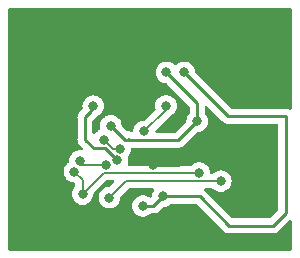
<source format=gbr>
%TF.GenerationSoftware,KiCad,Pcbnew,(6.0.4-0)*%
%TF.CreationDate,2023-02-21T13:55:29-07:00*%
%TF.ProjectId,polarity_inverter,706f6c61-7269-4747-995f-696e76657274,rev?*%
%TF.SameCoordinates,Original*%
%TF.FileFunction,Copper,L2,Bot*%
%TF.FilePolarity,Positive*%
%FSLAX46Y46*%
G04 Gerber Fmt 4.6, Leading zero omitted, Abs format (unit mm)*
G04 Created by KiCad (PCBNEW (6.0.4-0)) date 2023-02-21 13:55:29*
%MOMM*%
%LPD*%
G01*
G04 APERTURE LIST*
%TA.AperFunction,ViaPad*%
%ADD10C,0.800000*%
%TD*%
%TA.AperFunction,Conductor*%
%ADD11C,0.250000*%
%TD*%
%TA.AperFunction,Conductor*%
%ADD12C,0.200000*%
%TD*%
G04 APERTURE END LIST*
D10*
%TO.N,GND*%
X135000000Y-117500000D03*
X142500000Y-127600000D03*
X140200000Y-121500000D03*
X138000000Y-128600000D03*
X135796060Y-123801000D03*
X131700000Y-114400000D03*
%TO.N,VCC*%
X132737354Y-123453056D03*
X130700841Y-118847511D03*
%TO.N,/half_inverter/ctrl+*%
X136900000Y-116000000D03*
X132190544Y-120513545D03*
X139500000Y-120139500D03*
%TO.N,/half_inverter1/ctrl+*%
X134900000Y-127300000D03*
X138400000Y-116000000D03*
X136594622Y-126500500D03*
%TO.N,/half_inverter/in+*%
X136857777Y-118828147D03*
X135000000Y-121000000D03*
%TO.N,/half_inverter1/in+*%
X139655378Y-124500500D03*
X129095378Y-124395378D03*
X129800000Y-126300000D03*
%TO.N,/half_inverter1/in-*%
X131800000Y-123800000D03*
X129548571Y-123504523D03*
%TO.N,/half_inverter/out+*%
X131600000Y-121700000D03*
X132984622Y-122484622D03*
%TO.N,/half_inverter1/out+*%
X132058867Y-126597133D03*
X141500000Y-125200000D03*
%TD*%
D11*
%TO.N,GND*%
X137899000Y-123801000D02*
X140200000Y-121500000D01*
X135796060Y-123801000D02*
X137899000Y-123801000D01*
%TO.N,VCC*%
X130000000Y-121700000D02*
X130000000Y-119800000D01*
X130500000Y-119048352D02*
X130700841Y-118847511D01*
X132737354Y-123453056D02*
X131708809Y-122424511D01*
X130000000Y-119800000D02*
X130500000Y-119300000D01*
X130500000Y-119300000D02*
X130500000Y-119048352D01*
X130724511Y-122424511D02*
X130000000Y-121700000D01*
X131708809Y-122424511D02*
X130724511Y-122424511D01*
%TO.N,/half_inverter/ctrl+*%
X139500000Y-118600000D02*
X139500000Y-120139500D01*
X139500000Y-120139500D02*
X137914989Y-121724511D01*
X133724511Y-121724511D02*
X133600000Y-121600000D01*
X133401510Y-121724511D02*
X134075489Y-121724511D01*
X136900000Y-116000000D02*
X139500000Y-118600000D01*
X132190544Y-120513545D02*
X133401510Y-121724511D01*
X134075489Y-121724511D02*
X133724511Y-121724511D01*
X137914989Y-121724511D02*
X134075489Y-121724511D01*
%TO.N,/half_inverter1/ctrl+*%
X142200000Y-129000000D02*
X139700500Y-126500500D01*
X135795122Y-127300000D02*
X136594622Y-126500500D01*
X134900000Y-127300000D02*
X135795122Y-127300000D01*
X145900000Y-129000000D02*
X142200000Y-129000000D01*
X142100000Y-119700000D02*
X147000000Y-119700000D01*
X147000000Y-119700000D02*
X147000000Y-127900000D01*
X138400000Y-116000000D02*
X142100000Y-119700000D01*
X139700500Y-126500500D02*
X136594622Y-126500500D01*
X147000000Y-127900000D02*
X145900000Y-129000000D01*
D12*
%TO.N,/half_inverter/in+*%
X135000000Y-121000000D02*
X136857777Y-119142223D01*
X136857777Y-119142223D02*
X136857777Y-118828147D01*
%TO.N,/half_inverter1/in+*%
X131599500Y-124500500D02*
X129800000Y-126300000D01*
X131599500Y-124500500D02*
X139655378Y-124500500D01*
X129095378Y-124395378D02*
X129800000Y-125100000D01*
X129800000Y-125100000D02*
X129800000Y-126300000D01*
%TO.N,/half_inverter1/in-*%
X131800000Y-123800000D02*
X129600000Y-123800000D01*
X129600000Y-123800000D02*
X129600000Y-123555952D01*
X129600000Y-123555952D02*
X129548571Y-123504523D01*
%TO.N,/half_inverter/out+*%
X132384622Y-122484622D02*
X131600000Y-121700000D01*
X132984622Y-122484622D02*
X132384622Y-122484622D01*
%TO.N,/half_inverter1/out+*%
X133456000Y-125200000D02*
X141500000Y-125200000D01*
X132058867Y-126597133D02*
X133456000Y-125200000D01*
%TD*%
%TA.AperFunction,Conductor*%
%TO.N,GND*%
G36*
X147433621Y-110528502D02*
G01*
X147480114Y-110582158D01*
X147491500Y-110634500D01*
X147491500Y-119032605D01*
X147471498Y-119100726D01*
X147417842Y-119147219D01*
X147347568Y-119157323D01*
X147311855Y-119146614D01*
X147291314Y-119136949D01*
X147284292Y-119133371D01*
X147235060Y-119106305D01*
X147227385Y-119104335D01*
X147227379Y-119104332D01*
X147227081Y-119104256D01*
X147204772Y-119096224D01*
X147204497Y-119096094D01*
X147204489Y-119096091D01*
X147197318Y-119092717D01*
X147142151Y-119082194D01*
X147134442Y-119080471D01*
X147100449Y-119071743D01*
X147087707Y-119068471D01*
X147087706Y-119068471D01*
X147080030Y-119066500D01*
X147071793Y-119066500D01*
X147048184Y-119064268D01*
X147047881Y-119064210D01*
X147047877Y-119064210D01*
X147040094Y-119062725D01*
X146984049Y-119066251D01*
X146976138Y-119066500D01*
X142414595Y-119066500D01*
X142346474Y-119046498D01*
X142325500Y-119029595D01*
X139347122Y-116051217D01*
X139313096Y-115988905D01*
X139310907Y-115975292D01*
X139294232Y-115816635D01*
X139294232Y-115816633D01*
X139293542Y-115810072D01*
X139234527Y-115628444D01*
X139139040Y-115463056D01*
X139011253Y-115321134D01*
X138856752Y-115208882D01*
X138850724Y-115206198D01*
X138850722Y-115206197D01*
X138688319Y-115133891D01*
X138688318Y-115133891D01*
X138682288Y-115131206D01*
X138588888Y-115111353D01*
X138501944Y-115092872D01*
X138501939Y-115092872D01*
X138495487Y-115091500D01*
X138304513Y-115091500D01*
X138298061Y-115092872D01*
X138298056Y-115092872D01*
X138211112Y-115111353D01*
X138117712Y-115131206D01*
X138111682Y-115133891D01*
X138111681Y-115133891D01*
X137949278Y-115206197D01*
X137949276Y-115206198D01*
X137943248Y-115208882D01*
X137788747Y-115321134D01*
X137784326Y-115326044D01*
X137784325Y-115326045D01*
X137743636Y-115371235D01*
X137683190Y-115408475D01*
X137612207Y-115407123D01*
X137556364Y-115371235D01*
X137515675Y-115326045D01*
X137515674Y-115326044D01*
X137511253Y-115321134D01*
X137356752Y-115208882D01*
X137350724Y-115206198D01*
X137350722Y-115206197D01*
X137188319Y-115133891D01*
X137188318Y-115133891D01*
X137182288Y-115131206D01*
X137088888Y-115111353D01*
X137001944Y-115092872D01*
X137001939Y-115092872D01*
X136995487Y-115091500D01*
X136804513Y-115091500D01*
X136798061Y-115092872D01*
X136798056Y-115092872D01*
X136711112Y-115111353D01*
X136617712Y-115131206D01*
X136611682Y-115133891D01*
X136611681Y-115133891D01*
X136449278Y-115206197D01*
X136449276Y-115206198D01*
X136443248Y-115208882D01*
X136288747Y-115321134D01*
X136160960Y-115463056D01*
X136065473Y-115628444D01*
X136006458Y-115810072D01*
X135986496Y-116000000D01*
X136006458Y-116189928D01*
X136065473Y-116371556D01*
X136160960Y-116536944D01*
X136288747Y-116678866D01*
X136443248Y-116791118D01*
X136449276Y-116793802D01*
X136449278Y-116793803D01*
X136611681Y-116866109D01*
X136617712Y-116868794D01*
X136711113Y-116888647D01*
X136798056Y-116907128D01*
X136798061Y-116907128D01*
X136804513Y-116908500D01*
X136860406Y-116908500D01*
X136928527Y-116928502D01*
X136949501Y-116945405D01*
X138829595Y-118825499D01*
X138863621Y-118887811D01*
X138866500Y-118914594D01*
X138866500Y-119436976D01*
X138846498Y-119505097D01*
X138834142Y-119521279D01*
X138760960Y-119602556D01*
X138665473Y-119767944D01*
X138606458Y-119949572D01*
X138591463Y-120092247D01*
X138589093Y-120114792D01*
X138562080Y-120180449D01*
X138552878Y-120190718D01*
X137689488Y-121054107D01*
X137627176Y-121088132D01*
X137600393Y-121091011D01*
X136073728Y-121091011D01*
X136005607Y-121071009D01*
X135959114Y-121017353D01*
X135949010Y-120947079D01*
X135978504Y-120882499D01*
X135984633Y-120875916D01*
X137165987Y-119694562D01*
X137203833Y-119668550D01*
X137308499Y-119621950D01*
X137308501Y-119621949D01*
X137314529Y-119619265D01*
X137320978Y-119614580D01*
X137437033Y-119530260D01*
X137469030Y-119507013D01*
X137503528Y-119468699D01*
X137592398Y-119369999D01*
X137592399Y-119369998D01*
X137596817Y-119365091D01*
X137692304Y-119199703D01*
X137751319Y-119018075D01*
X137767681Y-118862404D01*
X137770591Y-118834712D01*
X137771281Y-118828147D01*
X137753354Y-118657583D01*
X137752009Y-118644782D01*
X137752009Y-118644780D01*
X137751319Y-118638219D01*
X137692304Y-118456591D01*
X137596817Y-118291203D01*
X137486466Y-118168645D01*
X137473452Y-118154192D01*
X137473451Y-118154191D01*
X137469030Y-118149281D01*
X137314529Y-118037029D01*
X137308501Y-118034345D01*
X137308499Y-118034344D01*
X137146096Y-117962038D01*
X137146095Y-117962038D01*
X137140065Y-117959353D01*
X137044364Y-117939011D01*
X136959721Y-117921019D01*
X136959716Y-117921019D01*
X136953264Y-117919647D01*
X136762290Y-117919647D01*
X136755838Y-117921019D01*
X136755833Y-117921019D01*
X136671190Y-117939011D01*
X136575489Y-117959353D01*
X136569459Y-117962038D01*
X136569458Y-117962038D01*
X136407055Y-118034344D01*
X136407053Y-118034345D01*
X136401025Y-118037029D01*
X136246524Y-118149281D01*
X136242103Y-118154191D01*
X136242102Y-118154192D01*
X136229089Y-118168645D01*
X136118737Y-118291203D01*
X136023250Y-118456591D01*
X135964235Y-118638219D01*
X135963545Y-118644780D01*
X135963545Y-118644782D01*
X135962200Y-118657583D01*
X135944273Y-118828147D01*
X135944963Y-118834712D01*
X135947874Y-118862404D01*
X135964235Y-119018075D01*
X135966275Y-119024353D01*
X135978912Y-119063246D01*
X135980940Y-119134213D01*
X135948174Y-119191277D01*
X135084856Y-120054595D01*
X135022544Y-120088621D01*
X134995761Y-120091500D01*
X134904513Y-120091500D01*
X134898061Y-120092872D01*
X134898056Y-120092872D01*
X134811113Y-120111353D01*
X134717712Y-120131206D01*
X134711682Y-120133891D01*
X134711681Y-120133891D01*
X134549278Y-120206197D01*
X134549276Y-120206198D01*
X134543248Y-120208882D01*
X134537907Y-120212762D01*
X134537906Y-120212763D01*
X134519211Y-120226346D01*
X134388747Y-120321134D01*
X134384326Y-120326044D01*
X134384325Y-120326045D01*
X134377613Y-120333500D01*
X134260960Y-120463056D01*
X134165473Y-120628444D01*
X134106458Y-120810072D01*
X134105769Y-120816631D01*
X134105768Y-120816634D01*
X134092336Y-120944434D01*
X134065323Y-121010090D01*
X134007101Y-121050720D01*
X133936156Y-121053423D01*
X133916986Y-121046900D01*
X133847513Y-121016837D01*
X133778145Y-120986819D01*
X133620057Y-120961780D01*
X133612164Y-120962526D01*
X133612162Y-120962526D01*
X133601082Y-120963573D01*
X133531381Y-120950069D01*
X133500132Y-120927228D01*
X133137666Y-120564763D01*
X133103641Y-120502450D01*
X133101451Y-120488837D01*
X133084776Y-120330180D01*
X133084776Y-120330178D01*
X133084086Y-120323617D01*
X133025071Y-120141989D01*
X133018846Y-120131206D01*
X132932885Y-119982319D01*
X132929584Y-119976601D01*
X132911157Y-119956135D01*
X132806219Y-119839590D01*
X132806218Y-119839589D01*
X132801797Y-119834679D01*
X132672751Y-119740921D01*
X132652638Y-119726308D01*
X132652637Y-119726307D01*
X132647296Y-119722427D01*
X132641268Y-119719743D01*
X132641266Y-119719742D01*
X132478863Y-119647436D01*
X132478862Y-119647436D01*
X132472832Y-119644751D01*
X132379431Y-119624898D01*
X132292488Y-119606417D01*
X132292483Y-119606417D01*
X132286031Y-119605045D01*
X132095057Y-119605045D01*
X132088605Y-119606417D01*
X132088600Y-119606417D01*
X132001657Y-119624898D01*
X131908256Y-119644751D01*
X131902226Y-119647436D01*
X131902225Y-119647436D01*
X131739822Y-119719742D01*
X131739820Y-119719743D01*
X131733792Y-119722427D01*
X131728451Y-119726307D01*
X131728450Y-119726308D01*
X131708337Y-119740921D01*
X131579291Y-119834679D01*
X131574870Y-119839589D01*
X131574869Y-119839590D01*
X131469932Y-119956135D01*
X131451504Y-119976601D01*
X131448203Y-119982319D01*
X131362243Y-120131206D01*
X131356017Y-120141989D01*
X131297002Y-120323617D01*
X131296312Y-120330178D01*
X131296312Y-120330180D01*
X131281746Y-120468774D01*
X131277040Y-120513545D01*
X131297002Y-120703473D01*
X131300819Y-120715221D01*
X131302847Y-120786186D01*
X131266185Y-120846984D01*
X131232234Y-120869263D01*
X131149281Y-120906195D01*
X131149274Y-120906199D01*
X131143248Y-120908882D01*
X131137907Y-120912762D01*
X131137906Y-120912763D01*
X131094315Y-120944434D01*
X130988747Y-121021134D01*
X130984326Y-121026044D01*
X130984325Y-121026045D01*
X130959674Y-121053423D01*
X130860960Y-121163056D01*
X130860037Y-121164654D01*
X130805215Y-121206929D01*
X130734479Y-121213006D01*
X130671687Y-121179874D01*
X130636775Y-121118055D01*
X130633500Y-121089515D01*
X130633500Y-120114595D01*
X130653502Y-120046474D01*
X130670405Y-120025499D01*
X130892258Y-119803647D01*
X130900537Y-119796113D01*
X130907018Y-119792000D01*
X130953644Y-119742348D01*
X130956398Y-119739507D01*
X130960253Y-119735652D01*
X130998099Y-119709640D01*
X131151563Y-119641314D01*
X131151565Y-119641313D01*
X131157593Y-119638629D01*
X131180681Y-119621855D01*
X131218791Y-119594166D01*
X131312094Y-119526377D01*
X131326033Y-119510896D01*
X131435462Y-119389363D01*
X131435463Y-119389362D01*
X131439881Y-119384455D01*
X131535368Y-119219067D01*
X131594383Y-119037439D01*
X131595208Y-119029595D01*
X131613655Y-118854076D01*
X131614345Y-118847511D01*
X131594383Y-118657583D01*
X131535368Y-118475955D01*
X131439881Y-118310567D01*
X131418027Y-118286295D01*
X131316516Y-118173556D01*
X131316515Y-118173555D01*
X131312094Y-118168645D01*
X131157593Y-118056393D01*
X131151565Y-118053709D01*
X131151563Y-118053708D01*
X130989160Y-117981402D01*
X130989159Y-117981402D01*
X130983129Y-117978717D01*
X130885574Y-117957981D01*
X130802785Y-117940383D01*
X130802780Y-117940383D01*
X130796328Y-117939011D01*
X130605354Y-117939011D01*
X130598902Y-117940383D01*
X130598897Y-117940383D01*
X130516108Y-117957981D01*
X130418553Y-117978717D01*
X130412523Y-117981402D01*
X130412522Y-117981402D01*
X130250119Y-118053708D01*
X130250117Y-118053709D01*
X130244089Y-118056393D01*
X130089588Y-118168645D01*
X130085167Y-118173555D01*
X130085166Y-118173556D01*
X129983656Y-118286295D01*
X129961801Y-118310567D01*
X129866314Y-118475955D01*
X129807299Y-118657583D01*
X129787337Y-118847511D01*
X129788027Y-118854076D01*
X129806662Y-119031382D01*
X129793890Y-119101220D01*
X129770447Y-119133647D01*
X129607742Y-119296352D01*
X129599462Y-119303887D01*
X129592982Y-119308000D01*
X129546357Y-119357651D01*
X129543602Y-119360493D01*
X129523865Y-119380230D01*
X129521385Y-119383427D01*
X129513682Y-119392447D01*
X129483414Y-119424679D01*
X129479595Y-119431625D01*
X129479593Y-119431628D01*
X129473652Y-119442434D01*
X129462801Y-119458953D01*
X129450386Y-119474959D01*
X129447241Y-119482228D01*
X129447238Y-119482232D01*
X129432826Y-119515537D01*
X129427609Y-119526187D01*
X129406305Y-119564940D01*
X129404334Y-119572615D01*
X129404334Y-119572616D01*
X129401267Y-119584562D01*
X129394863Y-119603266D01*
X129393500Y-119606417D01*
X129386819Y-119621855D01*
X129385580Y-119629678D01*
X129385577Y-119629688D01*
X129379901Y-119665524D01*
X129377495Y-119677144D01*
X129373023Y-119694562D01*
X129366500Y-119719970D01*
X129366500Y-119740224D01*
X129364949Y-119759934D01*
X129361780Y-119779943D01*
X129362526Y-119787835D01*
X129365941Y-119823961D01*
X129366500Y-119835819D01*
X129366500Y-121621233D01*
X129365973Y-121632416D01*
X129364298Y-121639909D01*
X129364547Y-121647835D01*
X129364547Y-121647836D01*
X129366438Y-121707986D01*
X129366500Y-121711945D01*
X129366500Y-121739856D01*
X129366997Y-121743790D01*
X129366997Y-121743791D01*
X129367005Y-121743856D01*
X129367938Y-121755693D01*
X129369327Y-121799889D01*
X129374978Y-121819339D01*
X129378987Y-121838700D01*
X129381526Y-121858797D01*
X129384445Y-121866168D01*
X129384445Y-121866170D01*
X129397804Y-121899912D01*
X129401649Y-121911142D01*
X129413982Y-121953593D01*
X129418015Y-121960412D01*
X129418017Y-121960417D01*
X129424293Y-121971028D01*
X129432988Y-121988776D01*
X129440448Y-122007617D01*
X129445110Y-122014033D01*
X129445110Y-122014034D01*
X129466436Y-122043387D01*
X129472952Y-122053307D01*
X129495458Y-122091362D01*
X129509779Y-122105683D01*
X129522619Y-122120716D01*
X129534528Y-122137107D01*
X129557252Y-122155906D01*
X129568605Y-122165298D01*
X129577384Y-122173288D01*
X129795450Y-122391354D01*
X129829476Y-122453666D01*
X129824411Y-122524481D01*
X129781864Y-122581317D01*
X129715344Y-122606128D01*
X129680159Y-122603696D01*
X129650517Y-122597396D01*
X129650518Y-122597396D01*
X129644058Y-122596023D01*
X129453084Y-122596023D01*
X129446632Y-122597395D01*
X129446627Y-122597395D01*
X129359683Y-122615876D01*
X129266283Y-122635729D01*
X129260253Y-122638414D01*
X129260252Y-122638414D01*
X129097849Y-122710720D01*
X129097847Y-122710721D01*
X129091819Y-122713405D01*
X128937318Y-122825657D01*
X128932897Y-122830567D01*
X128932896Y-122830568D01*
X128864293Y-122906760D01*
X128809531Y-122967579D01*
X128714044Y-123132967D01*
X128655029Y-123314595D01*
X128635067Y-123504523D01*
X128637455Y-123527240D01*
X128624684Y-123597076D01*
X128586207Y-123642345D01*
X128529312Y-123683682D01*
X128493939Y-123709382D01*
X128484125Y-123716512D01*
X128356338Y-123858434D01*
X128260851Y-124023822D01*
X128201836Y-124205450D01*
X128201146Y-124212011D01*
X128201146Y-124212013D01*
X128188763Y-124329834D01*
X128181874Y-124395378D01*
X128182564Y-124401943D01*
X128194684Y-124517255D01*
X128201836Y-124585306D01*
X128260851Y-124766934D01*
X128264154Y-124772656D01*
X128264155Y-124772657D01*
X128275972Y-124793124D01*
X128356338Y-124932322D01*
X128360756Y-124937229D01*
X128360757Y-124937230D01*
X128426344Y-125010072D01*
X128484125Y-125074244D01*
X128638626Y-125186496D01*
X128644654Y-125189180D01*
X128644656Y-125189181D01*
X128787844Y-125252932D01*
X128813090Y-125264172D01*
X128906490Y-125284025D01*
X128993434Y-125302506D01*
X128993439Y-125302506D01*
X128999891Y-125303878D01*
X129065500Y-125303878D01*
X129133621Y-125323880D01*
X129180114Y-125377536D01*
X129191500Y-125429878D01*
X129191500Y-125569710D01*
X129171498Y-125637831D01*
X129159136Y-125654020D01*
X129089620Y-125731226D01*
X129060960Y-125763056D01*
X129033917Y-125809896D01*
X128973591Y-125914384D01*
X128965473Y-125928444D01*
X128906458Y-126110072D01*
X128905768Y-126116633D01*
X128905768Y-126116635D01*
X128891532Y-126252081D01*
X128886496Y-126300000D01*
X128887186Y-126306565D01*
X128897764Y-126407205D01*
X128906458Y-126489928D01*
X128965473Y-126671556D01*
X129060960Y-126836944D01*
X129065378Y-126841851D01*
X129065379Y-126841852D01*
X129184325Y-126973955D01*
X129188747Y-126978866D01*
X129343248Y-127091118D01*
X129349276Y-127093802D01*
X129349278Y-127093803D01*
X129484488Y-127154002D01*
X129517712Y-127168794D01*
X129611112Y-127188647D01*
X129698056Y-127207128D01*
X129698061Y-127207128D01*
X129704513Y-127208500D01*
X129895487Y-127208500D01*
X129901939Y-127207128D01*
X129901944Y-127207128D01*
X129988888Y-127188647D01*
X130082288Y-127168794D01*
X130115512Y-127154002D01*
X130250722Y-127093803D01*
X130250724Y-127093802D01*
X130256752Y-127091118D01*
X130411253Y-126978866D01*
X130415675Y-126973955D01*
X130534621Y-126841852D01*
X130534622Y-126841851D01*
X130539040Y-126836944D01*
X130634527Y-126671556D01*
X130693542Y-126489928D01*
X130702237Y-126407205D01*
X130712814Y-126306565D01*
X130713504Y-126300000D01*
X130713316Y-126298214D01*
X130732816Y-126231804D01*
X130749719Y-126210830D01*
X131814644Y-125145905D01*
X131876956Y-125111879D01*
X131903739Y-125109000D01*
X132382261Y-125109000D01*
X132450382Y-125129002D01*
X132496875Y-125182658D01*
X132506979Y-125252932D01*
X132477485Y-125317512D01*
X132471356Y-125324095D01*
X132143723Y-125651728D01*
X132081411Y-125685754D01*
X132054628Y-125688633D01*
X131963380Y-125688633D01*
X131956928Y-125690005D01*
X131956923Y-125690005D01*
X131869979Y-125708486D01*
X131776579Y-125728339D01*
X131770549Y-125731024D01*
X131770548Y-125731024D01*
X131608145Y-125803330D01*
X131608143Y-125803331D01*
X131602115Y-125806015D01*
X131447614Y-125918267D01*
X131443193Y-125923177D01*
X131443192Y-125923178D01*
X131333039Y-126045516D01*
X131319827Y-126060189D01*
X131224340Y-126225577D01*
X131165325Y-126407205D01*
X131164635Y-126413766D01*
X131164635Y-126413768D01*
X131150399Y-126549214D01*
X131145363Y-126597133D01*
X131146053Y-126603698D01*
X131153787Y-126677279D01*
X131165325Y-126787061D01*
X131224340Y-126968689D01*
X131227643Y-126974411D01*
X131227644Y-126974412D01*
X131261553Y-127033143D01*
X131319827Y-127134077D01*
X131324245Y-127138984D01*
X131324246Y-127138985D01*
X131352987Y-127170905D01*
X131447614Y-127275999D01*
X131602115Y-127388251D01*
X131608143Y-127390935D01*
X131608145Y-127390936D01*
X131770548Y-127463242D01*
X131776579Y-127465927D01*
X131858618Y-127483365D01*
X131956923Y-127504261D01*
X131956928Y-127504261D01*
X131963380Y-127505633D01*
X132154354Y-127505633D01*
X132160806Y-127504261D01*
X132160811Y-127504261D01*
X132259116Y-127483365D01*
X132341155Y-127465927D01*
X132347186Y-127463242D01*
X132509589Y-127390936D01*
X132509591Y-127390935D01*
X132515619Y-127388251D01*
X132670120Y-127275999D01*
X132764747Y-127170905D01*
X132793488Y-127138985D01*
X132793489Y-127138984D01*
X132797907Y-127134077D01*
X132856181Y-127033143D01*
X132890090Y-126974412D01*
X132890091Y-126974411D01*
X132893394Y-126968689D01*
X132952409Y-126787061D01*
X132963948Y-126677279D01*
X132971681Y-126603698D01*
X132972371Y-126597133D01*
X132972183Y-126595347D01*
X132991683Y-126528937D01*
X133008586Y-126507963D01*
X133671144Y-125845405D01*
X133733456Y-125811379D01*
X133760239Y-125808500D01*
X135726865Y-125808500D01*
X135794986Y-125828502D01*
X135841479Y-125882158D01*
X135851583Y-125952432D01*
X135835984Y-125997500D01*
X135763399Y-126123221D01*
X135760095Y-126128944D01*
X135701080Y-126310572D01*
X135700390Y-126317133D01*
X135700390Y-126317135D01*
X135683715Y-126475792D01*
X135656702Y-126541449D01*
X135647500Y-126551717D01*
X135626055Y-126573162D01*
X135563743Y-126607188D01*
X135492928Y-126602123D01*
X135462901Y-126586004D01*
X135384355Y-126528937D01*
X135362094Y-126512763D01*
X135362093Y-126512762D01*
X135356752Y-126508882D01*
X135350724Y-126506198D01*
X135350722Y-126506197D01*
X135188319Y-126433891D01*
X135188318Y-126433891D01*
X135182288Y-126431206D01*
X135069373Y-126407205D01*
X135001944Y-126392872D01*
X135001939Y-126392872D01*
X134995487Y-126391500D01*
X134804513Y-126391500D01*
X134798061Y-126392872D01*
X134798056Y-126392872D01*
X134730627Y-126407205D01*
X134617712Y-126431206D01*
X134611682Y-126433891D01*
X134611681Y-126433891D01*
X134449278Y-126506197D01*
X134449276Y-126506198D01*
X134443248Y-126508882D01*
X134437907Y-126512762D01*
X134437906Y-126512763D01*
X134387843Y-126549136D01*
X134288747Y-126621134D01*
X134160960Y-126763056D01*
X134065473Y-126928444D01*
X134006458Y-127110072D01*
X133986496Y-127300000D01*
X133987186Y-127306565D01*
X134004080Y-127467299D01*
X134006458Y-127489928D01*
X134065473Y-127671556D01*
X134160960Y-127836944D01*
X134165378Y-127841851D01*
X134165379Y-127841852D01*
X134247452Y-127933003D01*
X134288747Y-127978866D01*
X134443248Y-128091118D01*
X134449276Y-128093802D01*
X134449278Y-128093803D01*
X134611681Y-128166109D01*
X134617712Y-128168794D01*
X134711112Y-128188647D01*
X134798056Y-128207128D01*
X134798061Y-128207128D01*
X134804513Y-128208500D01*
X134995487Y-128208500D01*
X135001939Y-128207128D01*
X135001944Y-128207128D01*
X135088888Y-128188647D01*
X135182288Y-128168794D01*
X135188319Y-128166109D01*
X135350722Y-128093803D01*
X135350724Y-128093802D01*
X135356752Y-128091118D01*
X135511253Y-127978866D01*
X135515668Y-127973963D01*
X135520580Y-127969540D01*
X135521705Y-127970789D01*
X135575014Y-127937949D01*
X135608200Y-127933500D01*
X135716355Y-127933500D01*
X135727538Y-127934027D01*
X135735031Y-127935702D01*
X135742957Y-127935453D01*
X135742958Y-127935453D01*
X135803108Y-127933562D01*
X135807067Y-127933500D01*
X135834978Y-127933500D01*
X135838913Y-127933003D01*
X135838978Y-127932995D01*
X135850815Y-127932062D01*
X135883073Y-127931048D01*
X135887092Y-127930922D01*
X135895011Y-127930673D01*
X135914465Y-127925021D01*
X135933822Y-127921013D01*
X135946052Y-127919468D01*
X135946053Y-127919468D01*
X135953919Y-127918474D01*
X135961290Y-127915555D01*
X135961292Y-127915555D01*
X135995034Y-127902196D01*
X136006264Y-127898351D01*
X136041105Y-127888229D01*
X136041106Y-127888229D01*
X136048715Y-127886018D01*
X136055534Y-127881985D01*
X136055539Y-127881983D01*
X136066150Y-127875707D01*
X136083898Y-127867012D01*
X136102739Y-127859552D01*
X136138509Y-127833564D01*
X136148429Y-127827048D01*
X136179657Y-127808580D01*
X136179660Y-127808578D01*
X136186484Y-127804542D01*
X136200805Y-127790221D01*
X136215839Y-127777380D01*
X136225816Y-127770131D01*
X136232229Y-127765472D01*
X136237280Y-127759367D01*
X136237285Y-127759362D01*
X136260416Y-127731402D01*
X136268403Y-127722624D01*
X136545121Y-127445905D01*
X136607434Y-127411880D01*
X136634217Y-127409000D01*
X136690109Y-127409000D01*
X136696561Y-127407628D01*
X136696566Y-127407628D01*
X136805983Y-127384370D01*
X136876910Y-127369294D01*
X136882941Y-127366609D01*
X137045344Y-127294303D01*
X137045346Y-127294302D01*
X137051374Y-127291618D01*
X137205875Y-127179366D01*
X137210290Y-127174463D01*
X137215202Y-127170040D01*
X137216327Y-127171289D01*
X137269636Y-127138449D01*
X137302822Y-127134000D01*
X139385906Y-127134000D01*
X139454027Y-127154002D01*
X139475001Y-127170905D01*
X141696348Y-129392253D01*
X141703888Y-129400539D01*
X141708000Y-129407018D01*
X141713777Y-129412443D01*
X141757651Y-129453643D01*
X141760493Y-129456398D01*
X141780230Y-129476135D01*
X141783427Y-129478615D01*
X141792447Y-129486318D01*
X141824679Y-129516586D01*
X141831625Y-129520405D01*
X141831628Y-129520407D01*
X141842434Y-129526348D01*
X141858953Y-129537199D01*
X141874959Y-129549614D01*
X141882228Y-129552759D01*
X141882232Y-129552762D01*
X141915537Y-129567174D01*
X141926187Y-129572391D01*
X141964940Y-129593695D01*
X141972615Y-129595666D01*
X141972616Y-129595666D01*
X141984562Y-129598733D01*
X142003267Y-129605137D01*
X142021855Y-129613181D01*
X142029678Y-129614420D01*
X142029688Y-129614423D01*
X142065524Y-129620099D01*
X142077144Y-129622505D01*
X142108959Y-129630673D01*
X142119970Y-129633500D01*
X142140224Y-129633500D01*
X142159934Y-129635051D01*
X142179943Y-129638220D01*
X142187835Y-129637474D01*
X142206580Y-129635702D01*
X142223962Y-129634059D01*
X142235819Y-129633500D01*
X145821233Y-129633500D01*
X145832416Y-129634027D01*
X145839909Y-129635702D01*
X145847835Y-129635453D01*
X145847836Y-129635453D01*
X145907986Y-129633562D01*
X145911945Y-129633500D01*
X145939856Y-129633500D01*
X145943791Y-129633003D01*
X145943856Y-129632995D01*
X145955693Y-129632062D01*
X145987951Y-129631048D01*
X145991970Y-129630922D01*
X145999889Y-129630673D01*
X146019343Y-129625021D01*
X146038700Y-129621013D01*
X146050930Y-129619468D01*
X146050931Y-129619468D01*
X146058797Y-129618474D01*
X146066168Y-129615555D01*
X146066170Y-129615555D01*
X146099912Y-129602196D01*
X146111142Y-129598351D01*
X146145983Y-129588229D01*
X146145984Y-129588229D01*
X146153593Y-129586018D01*
X146160412Y-129581985D01*
X146160417Y-129581983D01*
X146171028Y-129575707D01*
X146188776Y-129567012D01*
X146207617Y-129559552D01*
X146243387Y-129533564D01*
X146253307Y-129527048D01*
X146284535Y-129508580D01*
X146284538Y-129508578D01*
X146291362Y-129504542D01*
X146305683Y-129490221D01*
X146320717Y-129477380D01*
X146330694Y-129470131D01*
X146337107Y-129465472D01*
X146365298Y-129431395D01*
X146373278Y-129422626D01*
X147276407Y-128519498D01*
X147338717Y-128485474D01*
X147409533Y-128490539D01*
X147466368Y-128533086D01*
X147491179Y-128599606D01*
X147491500Y-128608595D01*
X147491500Y-130965500D01*
X147471498Y-131033621D01*
X147417842Y-131080114D01*
X147365500Y-131091500D01*
X123634500Y-131091500D01*
X123566379Y-131071498D01*
X123519886Y-131017842D01*
X123508500Y-130965500D01*
X123508500Y-110634500D01*
X123528502Y-110566379D01*
X123582158Y-110519886D01*
X123634500Y-110508500D01*
X147365500Y-110508500D01*
X147433621Y-110528502D01*
G37*
%TD.AperFunction*%
%TA.AperFunction,Conductor*%
G36*
X140342012Y-118838370D02*
G01*
X140348595Y-118844499D01*
X141596343Y-120092247D01*
X141603887Y-120100537D01*
X141608000Y-120107018D01*
X141613777Y-120112443D01*
X141657667Y-120153658D01*
X141660509Y-120156413D01*
X141680230Y-120176134D01*
X141683425Y-120178612D01*
X141692447Y-120186318D01*
X141724679Y-120216586D01*
X141731628Y-120220406D01*
X141742432Y-120226346D01*
X141758956Y-120237199D01*
X141774959Y-120249613D01*
X141815543Y-120267176D01*
X141826173Y-120272383D01*
X141864940Y-120293695D01*
X141872617Y-120295666D01*
X141872622Y-120295668D01*
X141884558Y-120298732D01*
X141903266Y-120305137D01*
X141921855Y-120313181D01*
X141929683Y-120314421D01*
X141929690Y-120314423D01*
X141965524Y-120320099D01*
X141977144Y-120322505D01*
X142012289Y-120331528D01*
X142019970Y-120333500D01*
X142040224Y-120333500D01*
X142059934Y-120335051D01*
X142079943Y-120338220D01*
X142087835Y-120337474D01*
X142123961Y-120334059D01*
X142135819Y-120333500D01*
X146240500Y-120333500D01*
X146308621Y-120353502D01*
X146355114Y-120407158D01*
X146366500Y-120459500D01*
X146366500Y-127585405D01*
X146346498Y-127653526D01*
X146329595Y-127674501D01*
X145674499Y-128329596D01*
X145612187Y-128363621D01*
X145585404Y-128366500D01*
X142514594Y-128366500D01*
X142446473Y-128346498D01*
X142425499Y-128329595D01*
X140204152Y-126108247D01*
X140196612Y-126099961D01*
X140192500Y-126093482D01*
X140163351Y-126066109D01*
X140142849Y-126046857D01*
X140140007Y-126044102D01*
X140120270Y-126024365D01*
X140121471Y-126023164D01*
X140087288Y-125968934D01*
X140087913Y-125897940D01*
X140126820Y-125838554D01*
X140191657Y-125809630D01*
X140208492Y-125808500D01*
X140769290Y-125808500D01*
X140837411Y-125828502D01*
X140862926Y-125850189D01*
X140888747Y-125878866D01*
X140900382Y-125887319D01*
X141033333Y-125983914D01*
X141043248Y-125991118D01*
X141049276Y-125993802D01*
X141049278Y-125993803D01*
X141211681Y-126066109D01*
X141217712Y-126068794D01*
X141308337Y-126088057D01*
X141398056Y-126107128D01*
X141398061Y-126107128D01*
X141404513Y-126108500D01*
X141595487Y-126108500D01*
X141601939Y-126107128D01*
X141601944Y-126107128D01*
X141691663Y-126088057D01*
X141782288Y-126068794D01*
X141788319Y-126066109D01*
X141950722Y-125993803D01*
X141950724Y-125993802D01*
X141956752Y-125991118D01*
X141966668Y-125983914D01*
X142072798Y-125906805D01*
X142111253Y-125878866D01*
X142137074Y-125850189D01*
X142234621Y-125741852D01*
X142234622Y-125741851D01*
X142239040Y-125736944D01*
X142334527Y-125571556D01*
X142393542Y-125389928D01*
X142394845Y-125377536D01*
X142412814Y-125206565D01*
X142413504Y-125200000D01*
X142393542Y-125010072D01*
X142334527Y-124828444D01*
X142239040Y-124663056D01*
X142219654Y-124641525D01*
X142115675Y-124526045D01*
X142115674Y-124526044D01*
X142111253Y-124521134D01*
X141956752Y-124408882D01*
X141950724Y-124406198D01*
X141950722Y-124406197D01*
X141788319Y-124333891D01*
X141788318Y-124333891D01*
X141782288Y-124331206D01*
X141685213Y-124310572D01*
X141601944Y-124292872D01*
X141601939Y-124292872D01*
X141595487Y-124291500D01*
X141404513Y-124291500D01*
X141398061Y-124292872D01*
X141398056Y-124292872D01*
X141314787Y-124310572D01*
X141217712Y-124331206D01*
X141211682Y-124333891D01*
X141211681Y-124333891D01*
X141049278Y-124406197D01*
X141049276Y-124406198D01*
X141043248Y-124408882D01*
X141037907Y-124412762D01*
X141037906Y-124412763D01*
X140995880Y-124443297D01*
X140888747Y-124521134D01*
X140884334Y-124526036D01*
X140884332Y-124526037D01*
X140862926Y-124549811D01*
X140802480Y-124587050D01*
X140769290Y-124591500D01*
X140691898Y-124591500D01*
X140623777Y-124571498D01*
X140577284Y-124517842D01*
X140566588Y-124478671D01*
X140549610Y-124317135D01*
X140549610Y-124317133D01*
X140548920Y-124310572D01*
X140489905Y-124128944D01*
X140394418Y-123963556D01*
X140266631Y-123821634D01*
X140167535Y-123749636D01*
X140117472Y-123713263D01*
X140117471Y-123713262D01*
X140112130Y-123709382D01*
X140106102Y-123706698D01*
X140106100Y-123706697D01*
X139943697Y-123634391D01*
X139943696Y-123634391D01*
X139937666Y-123631706D01*
X139844266Y-123611853D01*
X139757322Y-123593372D01*
X139757317Y-123593372D01*
X139750865Y-123592000D01*
X139559891Y-123592000D01*
X139553439Y-123593372D01*
X139553434Y-123593372D01*
X139466490Y-123611853D01*
X139373090Y-123631706D01*
X139367060Y-123634391D01*
X139367059Y-123634391D01*
X139204656Y-123706697D01*
X139204654Y-123706698D01*
X139198626Y-123709382D01*
X139193285Y-123713262D01*
X139193284Y-123713263D01*
X139065707Y-123805954D01*
X139044125Y-123821634D01*
X139039712Y-123826536D01*
X139039710Y-123826537D01*
X139018304Y-123850311D01*
X138957858Y-123887550D01*
X138924668Y-123892000D01*
X133723410Y-123892000D01*
X133655289Y-123871998D01*
X133608796Y-123818342D01*
X133598692Y-123748068D01*
X133603577Y-123727064D01*
X133628856Y-123649262D01*
X133630896Y-123642984D01*
X133632082Y-123631706D01*
X133650168Y-123459621D01*
X133650858Y-123453056D01*
X133636995Y-123321158D01*
X133631587Y-123269698D01*
X133631586Y-123269694D01*
X133630896Y-123263128D01*
X133628856Y-123256849D01*
X133628855Y-123256845D01*
X133620299Y-123230515D01*
X133618271Y-123159548D01*
X133646496Y-123107268D01*
X133719243Y-123026474D01*
X133719244Y-123026473D01*
X133723662Y-123021566D01*
X133819149Y-122856178D01*
X133878164Y-122674550D01*
X133882389Y-122634357D01*
X133897436Y-122491187D01*
X133898126Y-122484622D01*
X133897897Y-122482442D01*
X133917438Y-122415890D01*
X133971094Y-122369397D01*
X134023436Y-122358011D01*
X137836222Y-122358011D01*
X137847405Y-122358538D01*
X137854898Y-122360213D01*
X137862824Y-122359964D01*
X137862825Y-122359964D01*
X137922975Y-122358073D01*
X137926934Y-122358011D01*
X137954845Y-122358011D01*
X137958780Y-122357514D01*
X137958845Y-122357506D01*
X137970682Y-122356573D01*
X138002940Y-122355559D01*
X138006959Y-122355433D01*
X138014878Y-122355184D01*
X138034332Y-122349532D01*
X138053689Y-122345524D01*
X138065919Y-122343979D01*
X138065920Y-122343979D01*
X138073786Y-122342985D01*
X138081157Y-122340066D01*
X138081159Y-122340066D01*
X138114901Y-122326707D01*
X138126131Y-122322862D01*
X138160972Y-122312740D01*
X138160973Y-122312740D01*
X138168582Y-122310529D01*
X138175401Y-122306496D01*
X138175406Y-122306494D01*
X138186017Y-122300218D01*
X138203765Y-122291523D01*
X138222606Y-122284063D01*
X138258376Y-122258075D01*
X138268296Y-122251559D01*
X138299524Y-122233091D01*
X138299527Y-122233089D01*
X138306351Y-122229053D01*
X138320672Y-122214732D01*
X138335706Y-122201891D01*
X138345683Y-122194642D01*
X138352096Y-122189983D01*
X138380287Y-122155906D01*
X138388277Y-122147127D01*
X139450500Y-121084905D01*
X139512812Y-121050879D01*
X139539595Y-121048000D01*
X139595487Y-121048000D01*
X139601939Y-121046628D01*
X139601944Y-121046628D01*
X139688888Y-121028147D01*
X139782288Y-121008294D01*
X139800917Y-121000000D01*
X139950722Y-120933303D01*
X139950724Y-120933302D01*
X139956752Y-120930618D01*
X140111253Y-120818366D01*
X140214703Y-120703473D01*
X140234621Y-120681352D01*
X140234622Y-120681351D01*
X140239040Y-120676444D01*
X140334527Y-120511056D01*
X140393542Y-120329428D01*
X140395581Y-120310033D01*
X140412814Y-120146065D01*
X140413504Y-120139500D01*
X140408459Y-120091500D01*
X140394232Y-119956135D01*
X140394232Y-119956133D01*
X140393542Y-119949572D01*
X140334527Y-119767944D01*
X140239040Y-119602556D01*
X140165863Y-119521285D01*
X140135147Y-119457279D01*
X140133500Y-119436976D01*
X140133500Y-118933594D01*
X140153502Y-118865473D01*
X140207158Y-118818980D01*
X140277432Y-118808876D01*
X140342012Y-118838370D01*
G37*
%TD.AperFunction*%
%TD*%
M02*

</source>
